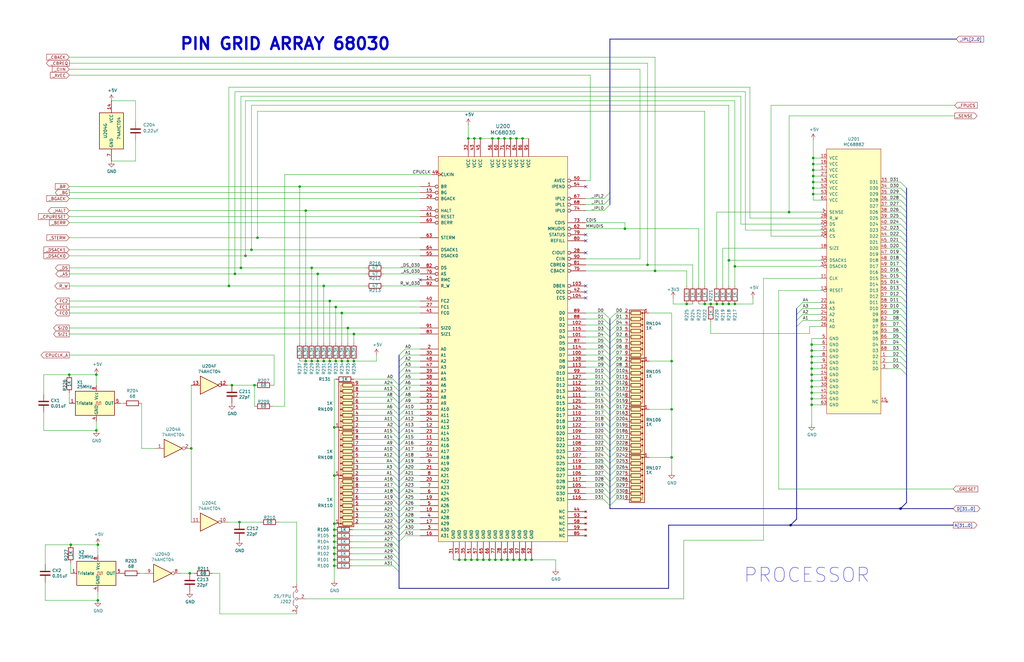
<source format=kicad_sch>
(kicad_sch (version 20211123) (generator eeschema)
  (paper "B")
  (title_block (title "Amiga N2630") (date "2022-08-05") (rev "2.2"))
  (junction (at 342.9 71.755))
  (junction (at 224.155 236.22))
  (junction (at 342.265 150.495))
  (junction (at 379.73 214.63))
  (junction (at 307.34 128.27))
  (junction (at 41.275 253.365))
  (junction (at 80.645 189.23))
  (junction (at 140.97 228.6))
  (junction (at 342.9 79.375))
  (junction (at 146.685 152.4))
  (junction (at 139.065 127))
  (junction (at 29.21 158.115))
  (junction (at 140.97 223.52))
  (junction (at 140.97 180.34))
  (junction (at 342.265 165.735))
  (junction (at 342.265 155.575))
  (junction (at 208.915 236.22))
  (junction (at 80.01 241.935))
  (junction (at 139.065 152.4))
  (junction (at 213.995 236.22))
  (junction (at 140.97 226.06))
  (junction (at 133.985 115.57))
  (junction (at 276.225 114.3))
  (junction (at 198.755 236.22))
  (junction (at 342.9 76.835))
  (junction (at 283.21 193.04))
  (junction (at 211.455 236.22))
  (junction (at 307.34 109.855))
  (junction (at 141.605 152.4))
  (junction (at 141.605 129.54))
  (junction (at 299.72 128.27))
  (junction (at 136.525 152.4))
  (junction (at 309.88 128.27))
  (junction (at 140.97 238.76))
  (junction (at 219.075 236.22))
  (junction (at 333.375 221.615))
  (junction (at 202.565 58.42))
  (junction (at 144.145 152.4))
  (junction (at 101.6 113.03))
  (junction (at 309.88 112.395))
  (junction (at 203.835 236.22))
  (junction (at 131.445 152.4))
  (junction (at 342.9 69.215))
  (junction (at 131.445 113.03))
  (junction (at 100.965 220.345))
  (junction (at 99.06 115.57))
  (junction (at 332.74 89.535))
  (junction (at 342.265 168.275))
  (junction (at 342.9 74.295))
  (junction (at 217.805 58.42))
  (junction (at 283.21 152.4))
  (junction (at 140.97 233.68))
  (junction (at 29.845 229.87))
  (junction (at 106.045 105.41))
  (junction (at 108.585 100.33))
  (junction (at 342.265 153.035))
  (junction (at 140.97 200.66))
  (junction (at 144.145 132.08))
  (junction (at 149.225 152.4))
  (junction (at 126.365 78.74))
  (junction (at 96.52 120.65))
  (junction (at 97.79 162.56))
  (junction (at 342.9 66.675))
  (junction (at 342.265 160.655))
  (junction (at 140.97 220.98))
  (junction (at 283.21 172.72))
  (junction (at 212.725 58.42))
  (junction (at 263.525 96.52))
  (junction (at 201.295 236.22))
  (junction (at 302.26 128.27))
  (junction (at 149.225 140.97))
  (junction (at 342.265 147.955))
  (junction (at 289.56 128.27))
  (junction (at 140.97 231.14))
  (junction (at 107.315 162.56))
  (junction (at 41.275 229.87))
  (junction (at 215.265 58.42))
  (junction (at 40.64 181.61))
  (junction (at 40.64 158.115))
  (junction (at 146.685 138.43))
  (junction (at 103.505 107.95))
  (junction (at 206.375 236.22))
  (junction (at 304.8 128.27))
  (junction (at 128.905 88.9))
  (junction (at 197.485 58.42))
  (junction (at 221.615 236.22))
  (junction (at 196.215 236.22))
  (junction (at 220.345 58.42))
  (junction (at 216.535 236.22))
  (junction (at 342.265 170.815))
  (junction (at 193.675 236.22))
  (junction (at 140.97 236.22))
  (junction (at 342.9 81.915))
  (junction (at 207.645 58.42))
  (junction (at 342.265 145.415))
  (junction (at 342.265 158.115))
  (junction (at 210.185 58.42))
  (junction (at 200.025 58.42))
  (junction (at 297.18 128.27))
  (junction (at 128.905 152.4))
  (junction (at 342.265 163.195))
  (junction (at 136.525 120.65))
  (junction (at 133.985 152.4))
  (junction (at 273.05 111.76))
  (no_connect (at 247.015 120.65))
  (no_connect (at 247.015 123.19))
  (no_connect (at 247.015 101.6))
  (no_connect (at 247.015 125.73))
  (no_connect (at 247.015 106.68))
  (no_connect (at 247.015 78.74))
  (no_connect (at 247.015 99.06))
  (no_connect (at 177.165 118.11))
  (bus_entry (at 259.715 172.72) (size -2.54 2.54))
  (bus_entry (at 170.815 170.18) (size -2.54 2.54))
  (bus_entry (at 379.73 155.575) (size 2.54 2.54))
  (bus_entry (at 338.455 135.255) (size -2.54 2.54))
  (bus_entry (at 254.635 149.86) (size 2.54 2.54))
  (bus_entry (at 165.735 160.02) (size 2.54 2.54))
  (bus_entry (at 165.735 208.28) (size 2.54 2.54))
  (bus_entry (at 170.815 147.32) (size -2.54 2.54))
  (bus_entry (at 165.735 218.44) (size 2.54 2.54))
  (bus_entry (at 338.455 132.715) (size -2.54 2.54))
  (bus_entry (at 170.815 162.56) (size -2.54 2.54))
  (bus_entry (at 170.815 152.4) (size -2.54 2.54))
  (bus_entry (at 259.715 177.8) (size -2.54 2.54))
  (bus_entry (at 254.635 190.5) (size 2.54 2.54))
  (bus_entry (at 259.715 203.2) (size -2.54 2.54))
  (bus_entry (at 170.815 177.8) (size -2.54 2.54))
  (bus_entry (at 259.715 132.08) (size -2.54 2.54))
  (bus_entry (at 254.635 195.58) (size 2.54 2.54))
  (bus_entry (at 170.815 187.96) (size -2.54 2.54))
  (bus_entry (at 259.715 193.04) (size -2.54 2.54))
  (bus_entry (at 254.635 147.32) (size 2.54 2.54))
  (bus_entry (at 165.735 226.06) (size 2.54 2.54))
  (bus_entry (at 165.735 177.8) (size 2.54 2.54))
  (bus_entry (at 259.715 182.88) (size -2.54 2.54))
  (bus_entry (at 170.815 198.12) (size -2.54 2.54))
  (bus_entry (at 259.715 198.12) (size -2.54 2.54))
  (bus_entry (at 170.815 213.36) (size -2.54 2.54))
  (bus_entry (at 170.815 157.48) (size -2.54 2.54))
  (bus_entry (at 165.735 167.64) (size 2.54 2.54))
  (bus_entry (at 254.635 160.02) (size 2.54 2.54))
  (bus_entry (at 254.635 182.88) (size 2.54 2.54))
  (bus_entry (at 379.73 114.935) (size 2.54 2.54))
  (bus_entry (at 170.815 195.58) (size -2.54 2.54))
  (bus_entry (at 165.735 162.56) (size 2.54 2.54))
  (bus_entry (at 170.815 208.28) (size -2.54 2.54))
  (bus_entry (at 165.735 231.14) (size 2.54 2.54))
  (bus_entry (at 379.73 142.875) (size 2.54 2.54))
  (bus_entry (at 379.73 97.155) (size 2.54 2.54))
  (bus_entry (at 379.73 89.535) (size 2.54 2.54))
  (bus_entry (at 165.735 223.52) (size 2.54 2.54))
  (bus_entry (at 379.73 127.635) (size 2.54 2.54))
  (bus_entry (at 259.715 190.5) (size -2.54 2.54))
  (bus_entry (at 254.635 170.18) (size 2.54 2.54))
  (bus_entry (at 259.715 147.32) (size -2.54 2.54))
  (bus_entry (at 259.715 154.94) (size -2.54 2.54))
  (bus_entry (at 170.815 215.9) (size -2.54 2.54))
  (bus_entry (at 165.735 170.18) (size 2.54 2.54))
  (bus_entry (at 379.73 84.455) (size 2.54 2.54))
  (bus_entry (at 170.815 205.74) (size -2.54 2.54))
  (bus_entry (at 379.73 137.795) (size 2.54 2.54))
  (bus_entry (at 170.815 154.94) (size -2.54 2.54))
  (bus_entry (at 254.635 142.24) (size 2.54 2.54))
  (bus_entry (at 254.635 172.72) (size 2.54 2.54))
  (bus_entry (at 165.735 220.98) (size 2.54 2.54))
  (bus_entry (at 379.73 76.835) (size 2.54 2.54))
  (bus_entry (at 259.715 205.74) (size -2.54 2.54))
  (bus_entry (at 165.735 190.5) (size 2.54 2.54))
  (bus_entry (at 254.635 177.8) (size 2.54 2.54))
  (bus_entry (at 379.73 150.495) (size 2.54 2.54))
  (bus_entry (at 170.815 200.66) (size -2.54 2.54))
  (bus_entry (at 165.735 228.6) (size 2.54 2.54))
  (bus_entry (at 379.73 132.715) (size 2.54 2.54))
  (bus_entry (at 259.715 208.28) (size -2.54 2.54))
  (bus_entry (at 170.815 226.06) (size -2.54 2.54))
  (bus_entry (at 379.73 92.075) (size 2.54 2.54))
  (bus_entry (at 165.735 210.82) (size 2.54 2.54))
  (bus_entry (at 379.73 120.015) (size 2.54 2.54))
  (bus_entry (at 165.735 165.1) (size 2.54 2.54))
  (bus_entry (at 170.815 185.42) (size -2.54 2.54))
  (bus_entry (at 170.815 210.82) (size -2.54 2.54))
  (bus_entry (at 254.635 152.4) (size 2.54 2.54))
  (bus_entry (at 259.715 195.58) (size -2.54 2.54))
  (bus_entry (at 254.635 185.42) (size 2.54 2.54))
  (bus_entry (at 379.73 117.475) (size 2.54 2.54))
  (bus_entry (at 259.715 144.78) (size -2.54 2.54))
  (bus_entry (at 165.735 187.96) (size 2.54 2.54))
  (bus_entry (at 379.73 86.995) (size 2.54 2.54))
  (bus_entry (at 254.635 137.16) (size 2.54 2.54))
  (bus_entry (at 165.735 180.34) (size 2.54 2.54))
  (bus_entry (at 165.735 172.72) (size 2.54 2.54))
  (bus_entry (at 254.635 88.9) (size 2.54 -2.54))
  (bus_entry (at 165.735 185.42) (size 2.54 2.54))
  (bus_entry (at 170.815 218.44) (size -2.54 2.54))
  (bus_entry (at 254.635 157.48) (size 2.54 2.54))
  (bus_entry (at 170.815 149.86) (size -2.54 2.54))
  (bus_entry (at 259.715 185.42) (size -2.54 2.54))
  (bus_entry (at 254.635 165.1) (size 2.54 2.54))
  (bus_entry (at 254.635 187.96) (size 2.54 2.54))
  (bus_entry (at 379.73 81.915) (size 2.54 2.54))
  (bus_entry (at 259.715 152.4) (size -2.54 2.54))
  (bus_entry (at 379.73 107.315) (size 2.54 2.54))
  (bus_entry (at 259.715 200.66) (size -2.54 2.54))
  (bus_entry (at 379.73 104.775) (size 2.54 2.54))
  (bus_entry (at 379.73 99.695) (size 2.54 2.54))
  (bus_entry (at 254.635 167.64) (size 2.54 2.54))
  (bus_entry (at 254.635 175.26) (size 2.54 2.54))
  (bus_entry (at 170.815 172.72) (size -2.54 2.54))
  (bus_entry (at 259.715 139.7) (size -2.54 2.54))
  (bus_entry (at 170.815 175.26) (size -2.54 2.54))
  (bus_entry (at 170.815 165.1) (size -2.54 2.54))
  (bus_entry (at 379.73 102.235) (size 2.54 2.54))
  (bus_entry (at 254.635 83.82) (size 2.54 -2.54))
  (bus_entry (at 259.715 167.64) (size -2.54 2.54))
  (bus_entry (at 254.635 162.56) (size 2.54 2.54))
  (bus_entry (at 379.73 135.255) (size 2.54 2.54))
  (bus_entry (at 170.815 160.02) (size -2.54 2.54))
  (bus_entry (at 254.635 193.04) (size 2.54 2.54))
  (bus_entry (at 165.735 238.76) (size 2.54 2.54))
  (bus_entry (at 165.735 200.66) (size 2.54 2.54))
  (bus_entry (at 379.73 130.175) (size 2.54 2.54))
  (bus_entry (at 165.735 205.74) (size 2.54 2.54))
  (bus_entry (at 170.815 180.34) (size -2.54 2.54))
  (bus_entry (at 259.715 137.16) (size -2.54 2.54))
  (bus_entry (at 170.815 203.2) (size -2.54 2.54))
  (bus_entry (at 254.635 205.74) (size 2.54 2.54))
  (bus_entry (at 379.73 153.035) (size 2.54 2.54))
  (bus_entry (at 254.635 86.36) (size 2.54 -2.54))
  (bus_entry (at 259.715 210.82) (size -2.54 2.54))
  (bus_entry (at 379.73 122.555) (size 2.54 2.54))
  (bus_entry (at 259.715 157.48) (size -2.54 2.54))
  (bus_entry (at 254.635 132.08) (size 2.54 2.54))
  (bus_entry (at 259.715 187.96) (size -2.54 2.54))
  (bus_entry (at 379.73 94.615) (size 2.54 2.54))
  (bus_entry (at 254.635 200.66) (size 2.54 2.54))
  (bus_entry (at 165.735 233.68) (size 2.54 2.54))
  (bus_entry (at 259.715 180.34) (size -2.54 2.54))
  (bus_entry (at 379.73 125.095) (size 2.54 2.54))
  (bus_entry (at 170.815 167.64) (size -2.54 2.54))
  (bus_entry (at 170.815 223.52) (size -2.54 2.54))
  (bus_entry (at 254.635 210.82) (size 2.54 2.54))
  (bus_entry (at 165.735 213.36) (size 2.54 2.54))
  (bus_entry (at 259.715 134.62) (size -2.54 2.54))
  (bus_entry (at 379.73 112.395) (size 2.54 2.54))
  (bus_entry (at 170.815 193.04) (size -2.54 2.54))
  (bus_entry (at 259.715 160.02) (size -2.54 2.54))
  (bus_entry (at 254.635 154.94) (size 2.54 2.54))
  (bus_entry (at 259.715 149.86) (size -2.54 2.54))
  (bus_entry (at 379.73 140.335) (size 2.54 2.54))
  (bus_entry (at 254.635 144.78) (size 2.54 2.54))
  (bus_entry (at 254.635 180.34) (size 2.54 2.54))
  (bus_entry (at 170.815 182.88) (size -2.54 2.54))
  (bus_entry (at 165.735 198.12) (size 2.54 2.54))
  (bus_entry (at 259.715 175.26) (size -2.54 2.54))
  (bus_entry (at 165.735 195.58) (size 2.54 2.54))
  (bus_entry (at 379.73 147.955) (size 2.54 2.54))
  (bus_entry (at 259.715 142.24) (size -2.54 2.54))
  (bus_entry (at 379.73 109.855) (size 2.54 2.54))
  (bus_entry (at 379.73 145.415) (size 2.54 2.54))
  (bus_entry (at 165.735 182.88) (size 2.54 2.54))
  (bus_entry (at 165.735 236.22) (size 2.54 2.54))
  (bus_entry (at 165.735 175.26) (size 2.54 2.54))
  (bus_entry (at 259.715 170.18) (size -2.54 2.54))
  (bus_entry (at 254.635 208.28) (size 2.54 2.54))
  (bus_entry (at 338.455 130.175) (size -2.54 2.54))
  (bus_entry (at 170.815 220.98) (size -2.54 2.54))
  (bus_entry (at 259.715 165.1) (size -2.54 2.54))
  (bus_entry (at 170.815 190.5) (size -2.54 2.54))
  (bus_entry (at 338.455 127.635) (size -2.54 2.54))
  (bus_entry (at 165.735 193.04) (size 2.54 2.54))
  (bus_entry (at 254.635 134.62) (size 2.54 2.54))
  (bus_entry (at 259.715 162.56) (size -2.54 2.54))
  (bus_entry (at 379.73 79.375) (size 2.54 2.54))
  (bus_entry (at 165.735 215.9) (size 2.54 2.54))
  (bus_entry (at 254.635 139.7) (size 2.54 2.54))
  (bus_entry (at 165.735 203.2) (size 2.54 2.54))
  (bus_entry (at 254.635 198.12) (size 2.54 2.54))
  (bus_entry (at 254.635 203.2) (size 2.54 2.54))
  (wire (pts (xy 247.015 180.34) (xy 254.635 180.34)))
  (bus (pts (xy 257.175 190.5) (xy 257.175 193.04)))
  (wire (pts (xy 374.015 102.235) (xy 379.73 102.235)))
  (wire (pts (xy 309.88 42.545) (xy 103.505 42.545)))
  (wire (pts (xy 342.265 150.495) (xy 342.265 153.035)))
  (wire (pts (xy 247.015 88.9) (xy 254.635 88.9)))
  (wire (pts (xy 125.095 246.38) (xy 125.095 220.345)))
  (bus (pts (xy 382.27 153.035) (xy 382.27 155.575)))
  (wire (pts (xy 151.13 205.74) (xy 165.735 205.74)))
  (wire (pts (xy 151.13 165.1) (xy 165.735 165.1)))
  (wire (pts (xy 140.97 231.14) (xy 140.97 233.68)))
  (wire (pts (xy 200.025 58.42) (xy 197.485 58.42)))
  (wire (pts (xy 92.71 241.935) (xy 89.535 241.935)))
  (bus (pts (xy 382.27 92.075) (xy 382.27 94.615)))
  (bus (pts (xy 168.275 210.82) (xy 168.275 213.36)))
  (wire (pts (xy 342.265 170.815) (xy 342.265 179.07)))
  (wire (pts (xy 177.165 165.1) (xy 170.815 165.1)))
  (wire (pts (xy 269.875 109.22) (xy 269.875 29.21)))
  (wire (pts (xy 177.165 162.56) (xy 170.815 162.56)))
  (wire (pts (xy 374.015 76.835) (xy 379.73 76.835)))
  (bus (pts (xy 257.175 175.26) (xy 257.175 177.8)))
  (wire (pts (xy 216.535 236.22) (xy 219.075 236.22)))
  (wire (pts (xy 247.015 93.98) (xy 263.525 93.98)))
  (wire (pts (xy 259.715 162.56) (xy 263.525 162.56)))
  (bus (pts (xy 257.175 139.7) (xy 257.175 142.24)))
  (bus (pts (xy 382.27 120.015) (xy 382.27 122.555)))
  (bus (pts (xy 335.915 135.255) (xy 335.915 137.795)))
  (wire (pts (xy 304.8 104.775) (xy 346.075 104.775)))
  (wire (pts (xy 273.685 172.72) (xy 283.21 172.72)))
  (wire (pts (xy 193.675 236.22) (xy 196.215 236.22)))
  (wire (pts (xy 149.225 152.4) (xy 158.75 152.4)))
  (wire (pts (xy 151.13 198.12) (xy 165.735 198.12)))
  (wire (pts (xy 211.455 236.22) (xy 213.995 236.22)))
  (wire (pts (xy 151.13 190.5) (xy 165.735 190.5)))
  (wire (pts (xy 346.075 165.735) (xy 342.265 165.735)))
  (bus (pts (xy 382.27 86.995) (xy 382.27 89.535)))
  (wire (pts (xy 177.165 175.26) (xy 170.815 175.26)))
  (wire (pts (xy 346.075 99.695) (xy 325.12 99.695)))
  (wire (pts (xy 297.18 120.65) (xy 297.18 46.99)))
  (bus (pts (xy 257.175 152.4) (xy 257.175 154.94)))
  (bus (pts (xy 168.275 187.96) (xy 168.275 190.5)))
  (wire (pts (xy 177.165 120.65) (xy 161.925 120.65)))
  (wire (pts (xy 125.095 220.345) (xy 117.475 220.345)))
  (wire (pts (xy 177.165 190.5) (xy 170.815 190.5)))
  (bus (pts (xy 168.275 233.68) (xy 168.275 236.22)))
  (bus (pts (xy 257.175 16.51) (xy 257.175 81.28)))
  (wire (pts (xy 177.165 215.9) (xy 170.815 215.9)))
  (bus (pts (xy 168.275 220.98) (xy 168.275 223.52)))
  (bus (pts (xy 257.175 172.72) (xy 257.175 175.26)))
  (wire (pts (xy 140.97 236.22) (xy 140.97 238.76)))
  (bus (pts (xy 168.275 154.94) (xy 168.275 157.48)))
  (wire (pts (xy 177.165 223.52) (xy 170.815 223.52)))
  (wire (pts (xy 125.095 259.08) (xy 92.71 259.08)))
  (wire (pts (xy 374.015 112.395) (xy 379.73 112.395)))
  (wire (pts (xy 346.075 150.495) (xy 342.265 150.495)))
  (bus (pts (xy 168.275 149.86) (xy 168.275 152.4)))
  (bus (pts (xy 168.275 195.58) (xy 168.275 198.12)))
  (wire (pts (xy 196.215 236.22) (xy 198.755 236.22)))
  (wire (pts (xy 177.165 93.98) (xy 29.21 93.98)))
  (wire (pts (xy 247.015 142.24) (xy 254.635 142.24)))
  (wire (pts (xy 283.21 152.4) (xy 283.21 132.08)))
  (bus (pts (xy 382.27 140.335) (xy 382.27 142.875)))
  (wire (pts (xy 346.075 71.755) (xy 342.9 71.755)))
  (bus (pts (xy 257.175 147.32) (xy 257.175 149.86)))
  (wire (pts (xy 99.06 38.735) (xy 99.06 115.57)))
  (wire (pts (xy 177.165 198.12) (xy 170.815 198.12)))
  (wire (pts (xy 80.645 189.23) (xy 80.645 220.345)))
  (wire (pts (xy 259.715 152.4) (xy 263.525 152.4)))
  (wire (pts (xy 374.015 147.955) (xy 379.73 147.955)))
  (wire (pts (xy 307.34 109.855) (xy 307.34 44.45)))
  (wire (pts (xy 177.165 170.18) (xy 170.815 170.18)))
  (wire (pts (xy 307.34 120.65) (xy 307.34 109.855)))
  (wire (pts (xy 220.345 58.42) (xy 217.805 58.42)))
  (bus (pts (xy 382.27 132.715) (xy 382.27 135.255)))
  (wire (pts (xy 198.755 236.22) (xy 201.295 236.22)))
  (wire (pts (xy 263.525 175.26) (xy 259.715 175.26)))
  (wire (pts (xy 80.645 162.56) (xy 80.645 189.23)))
  (wire (pts (xy 18.415 173.99) (xy 18.415 181.61)))
  (bus (pts (xy 168.275 167.64) (xy 168.275 170.18)))
  (wire (pts (xy 316.23 36.83) (xy 96.52 36.83)))
  (bus (pts (xy 382.27 155.575) (xy 382.27 158.115)))
  (wire (pts (xy 263.525 142.24) (xy 259.715 142.24)))
  (wire (pts (xy 346.075 79.375) (xy 342.9 79.375)))
  (wire (pts (xy 263.525 193.04) (xy 259.715 193.04)))
  (wire (pts (xy 126.365 78.74) (xy 126.365 144.78)))
  (wire (pts (xy 247.015 152.4) (xy 254.635 152.4)))
  (bus (pts (xy 257.175 177.8) (xy 257.175 180.34)))
  (wire (pts (xy 177.165 78.74) (xy 126.365 78.74)))
  (wire (pts (xy 247.015 203.2) (xy 254.635 203.2)))
  (wire (pts (xy 316.23 92.075) (xy 316.23 36.83)))
  (wire (pts (xy 346.075 122.555) (xy 328.295 122.555)))
  (wire (pts (xy 247.015 200.66) (xy 254.635 200.66)))
  (wire (pts (xy 304.8 104.775) (xy 304.8 120.65)))
  (wire (pts (xy 213.995 236.22) (xy 216.535 236.22)))
  (wire (pts (xy 346.075 117.475) (xy 321.945 117.475)))
  (wire (pts (xy 128.905 88.9) (xy 29.21 88.9)))
  (wire (pts (xy 95.885 220.345) (xy 100.965 220.345)))
  (wire (pts (xy 374.015 153.035) (xy 379.73 153.035)))
  (wire (pts (xy 29.21 140.97) (xy 149.225 140.97)))
  (wire (pts (xy 374.015 150.495) (xy 379.73 150.495)))
  (wire (pts (xy 146.685 152.4) (xy 149.225 152.4)))
  (bus (pts (xy 168.275 215.9) (xy 168.275 218.44)))
  (wire (pts (xy 148.59 236.22) (xy 165.735 236.22)))
  (wire (pts (xy 342.265 160.655) (xy 342.265 163.195)))
  (wire (pts (xy 158.75 152.4) (xy 158.75 149.86)))
  (wire (pts (xy 101.6 113.03) (xy 29.21 113.03)))
  (wire (pts (xy 29.845 229.87) (xy 41.275 229.87)))
  (wire (pts (xy 177.165 177.8) (xy 170.815 177.8)))
  (wire (pts (xy 374.015 92.075) (xy 379.73 92.075)))
  (wire (pts (xy 40.64 162.56) (xy 40.64 158.115)))
  (wire (pts (xy 374.015 84.455) (xy 379.73 84.455)))
  (wire (pts (xy 374.015 135.255) (xy 379.73 135.255)))
  (wire (pts (xy 247.015 83.82) (xy 254.635 83.82)))
  (bus (pts (xy 382.27 84.455) (xy 382.27 86.995)))
  (bus (pts (xy 335.915 219.075) (xy 333.375 221.615)))
  (wire (pts (xy 374.015 79.375) (xy 379.73 79.375)))
  (wire (pts (xy 151.13 213.36) (xy 165.735 213.36)))
  (bus (pts (xy 168.275 198.12) (xy 168.275 200.66)))
  (wire (pts (xy 177.165 226.06) (xy 170.815 226.06)))
  (wire (pts (xy 307.34 128.27) (xy 309.88 128.27)))
  (wire (pts (xy 29.21 170.18) (xy 29.21 165.735)))
  (wire (pts (xy 247.015 170.18) (xy 254.635 170.18)))
  (wire (pts (xy 120.015 73.66) (xy 120.015 171.45)))
  (wire (pts (xy 374.015 155.575) (xy 379.73 155.575)))
  (wire (pts (xy 374.015 142.875) (xy 379.73 142.875)))
  (wire (pts (xy 139.065 144.78) (xy 139.065 127)))
  (wire (pts (xy 114.935 162.56) (xy 115.57 162.56)))
  (bus (pts (xy 257.175 81.28) (xy 257.175 83.82)))
  (bus (pts (xy 257.175 160.02) (xy 257.175 162.56)))
  (bus (pts (xy 382.27 102.235) (xy 382.27 104.775)))
  (wire (pts (xy 57.15 42.545) (xy 57.15 51.435)))
  (wire (pts (xy 297.18 128.27) (xy 299.72 128.27)))
  (wire (pts (xy 321.945 227.965) (xy 288.29 227.965)))
  (wire (pts (xy 342.9 71.755) (xy 342.9 69.215)))
  (wire (pts (xy 29.21 24.13) (xy 276.225 24.13)))
  (wire (pts (xy 374.015 89.535) (xy 379.73 89.535)))
  (wire (pts (xy 29.21 158.115) (xy 40.64 158.115)))
  (wire (pts (xy 346.075 66.675) (xy 342.9 66.675)))
  (wire (pts (xy 210.185 58.42) (xy 207.645 58.42)))
  (wire (pts (xy 247.015 172.72) (xy 254.635 172.72)))
  (wire (pts (xy 219.075 236.22) (xy 221.615 236.22)))
  (wire (pts (xy 19.05 229.87) (xy 29.845 229.87)))
  (bus (pts (xy 382.27 81.915) (xy 382.27 84.455)))
  (wire (pts (xy 325.12 99.695) (xy 325.12 44.45)))
  (wire (pts (xy 317.5 128.27) (xy 317.5 125.73)))
  (bus (pts (xy 382.27 112.395) (xy 382.27 114.935)))
  (wire (pts (xy 294.64 128.27) (xy 297.18 128.27)))
  (wire (pts (xy 247.015 86.36) (xy 254.635 86.36)))
  (bus (pts (xy 382.27 97.155) (xy 382.27 99.695)))
  (wire (pts (xy 148.59 238.76) (xy 165.735 238.76)))
  (wire (pts (xy 247.015 208.28) (xy 254.635 208.28)))
  (bus (pts (xy 168.275 180.34) (xy 168.275 182.88)))
  (wire (pts (xy 328.295 206.375) (xy 401.955 206.375)))
  (bus (pts (xy 257.175 154.94) (xy 257.175 157.48)))
  (wire (pts (xy 374.015 94.615) (xy 379.73 94.615)))
  (wire (pts (xy 99.06 115.57) (xy 133.985 115.57)))
  (wire (pts (xy 177.165 157.48) (xy 170.815 157.48)))
  (wire (pts (xy 314.325 97.155) (xy 346.075 97.155)))
  (wire (pts (xy 191.135 236.22) (xy 193.675 236.22)))
  (wire (pts (xy 374.015 130.175) (xy 379.73 130.175)))
  (wire (pts (xy 224.155 236.22) (xy 234.315 236.22)))
  (wire (pts (xy 177.165 147.32) (xy 170.815 147.32)))
  (wire (pts (xy 115.57 162.56) (xy 115.57 149.86)))
  (wire (pts (xy 292.1 120.65) (xy 292.1 111.76)))
  (wire (pts (xy 52.07 170.18) (xy 50.8 170.18)))
  (wire (pts (xy 177.165 218.44) (xy 170.815 218.44)))
  (wire (pts (xy 342.265 163.195) (xy 342.265 165.735)))
  (wire (pts (xy 247.015 198.12) (xy 254.635 198.12)))
  (wire (pts (xy 325.12 44.45) (xy 402.59 44.45)))
  (wire (pts (xy 101.6 113.03) (xy 101.6 40.64)))
  (bus (pts (xy 382.27 135.255) (xy 382.27 137.795)))
  (wire (pts (xy 259.715 195.58) (xy 263.525 195.58)))
  (wire (pts (xy 332.74 89.535) (xy 332.74 48.895)))
  (wire (pts (xy 259.715 167.64) (xy 263.525 167.64)))
  (wire (pts (xy 151.13 187.96) (xy 165.735 187.96)))
  (wire (pts (xy 177.165 210.82) (xy 170.815 210.82)))
  (wire (pts (xy 273.685 193.04) (xy 283.21 193.04)))
  (bus (pts (xy 168.275 203.2) (xy 168.275 205.74)))
  (wire (pts (xy 312.42 40.64) (xy 312.42 94.615)))
  (bus (pts (xy 257.175 162.56) (xy 257.175 165.1)))
  (wire (pts (xy 247.015 144.78) (xy 254.635 144.78)))
  (wire (pts (xy 108.585 100.33) (xy 29.21 100.33)))
  (wire (pts (xy 374.015 99.695) (xy 379.73 99.695)))
  (wire (pts (xy 140.97 220.98) (xy 140.97 223.52)))
  (wire (pts (xy 341.376 137.795) (xy 341.376 140.716)))
  (wire (pts (xy 177.165 213.36) (xy 170.815 213.36)))
  (wire (pts (xy 309.88 128.27) (xy 317.5 128.27)))
  (wire (pts (xy 259.715 149.86) (xy 263.525 149.86)))
  (bus (pts (xy 382.27 79.375) (xy 382.27 81.915)))
  (wire (pts (xy 221.615 236.22) (xy 224.155 236.22)))
  (wire (pts (xy 263.525 185.42) (xy 259.715 185.42)))
  (wire (pts (xy 177.165 185.42) (xy 170.815 185.42)))
  (wire (pts (xy 269.875 29.21) (xy 29.21 29.21)))
  (bus (pts (xy 168.275 248.285) (xy 281.94 248.285)))
  (wire (pts (xy 374.015 122.555) (xy 379.73 122.555)))
  (wire (pts (xy 263.525 154.94) (xy 259.715 154.94)))
  (wire (pts (xy 346.075 135.255) (xy 338.455 135.255)))
  (wire (pts (xy 144.145 132.08) (xy 29.21 132.08)))
  (wire (pts (xy 346.075 84.455) (xy 342.9 84.455)))
  (wire (pts (xy 217.805 58.42) (xy 215.265 58.42)))
  (wire (pts (xy 114.935 171.45) (xy 120.015 171.45)))
  (bus (pts (xy 257.175 187.96) (xy 257.175 190.5)))
  (wire (pts (xy 263.525 180.34) (xy 259.715 180.34)))
  (wire (pts (xy 259.715 200.66) (xy 263.525 200.66)))
  (wire (pts (xy 151.13 218.44) (xy 165.735 218.44)))
  (wire (pts (xy 177.165 182.88) (xy 170.815 182.88)))
  (wire (pts (xy 177.165 172.72) (xy 170.815 172.72)))
  (wire (pts (xy 106.045 44.45) (xy 106.045 105.41)))
  (wire (pts (xy 177.165 81.28) (xy 29.21 81.28)))
  (wire (pts (xy 29.845 241.935) (xy 29.845 237.49)))
  (wire (pts (xy 126.365 152.4) (xy 128.905 152.4)))
  (wire (pts (xy 177.165 149.86) (xy 170.815 149.86)))
  (wire (pts (xy 309.88 112.395) (xy 309.88 42.545)))
  (wire (pts (xy 149.225 140.97) (xy 177.165 140.97)))
  (wire (pts (xy 19.05 245.745) (xy 19.05 253.365)))
  (wire (pts (xy 316.23 92.075) (xy 346.075 92.075)))
  (wire (pts (xy 247.015 195.58) (xy 254.635 195.58)))
  (wire (pts (xy 302.26 89.535) (xy 332.74 89.535)))
  (wire (pts (xy 140.97 238.76) (xy 140.97 244.856)))
  (bus (pts (xy 168.275 160.02) (xy 168.275 162.56)))
  (wire (pts (xy 128.905 88.9) (xy 128.905 144.78)))
  (wire (pts (xy 342.265 147.955) (xy 342.265 150.495)))
  (bus (pts (xy 257.175 205.74) (xy 257.175 208.28)))
  (wire (pts (xy 247.015 165.1) (xy 254.635 165.1)))
  (bus (pts (xy 382.27 117.475) (xy 382.27 120.015)))
  (wire (pts (xy 103.505 42.545) (xy 103.505 107.95)))
  (wire (pts (xy 263.525 203.2) (xy 259.715 203.2)))
  (wire (pts (xy 29.21 91.44) (xy 177.165 91.44)))
  (wire (pts (xy 222.885 58.42) (xy 220.345 58.42)))
  (bus (pts (xy 168.275 218.44) (xy 168.275 220.98)))
  (wire (pts (xy 140.97 160.02) (xy 141.605 160.02)))
  (wire (pts (xy 247.015 210.82) (xy 254.635 210.82)))
  (bus (pts (xy 382.27 147.955) (xy 382.27 150.495)))
  (wire (pts (xy 346.075 69.215) (xy 342.9 69.215)))
  (wire (pts (xy 140.97 200.66) (xy 140.97 180.34)))
  (bus (pts (xy 382.27 125.095) (xy 382.27 127.635)))
  (bus (pts (xy 168.275 231.14) (xy 168.275 233.68)))
  (wire (pts (xy 29.21 115.57) (xy 99.06 115.57)))
  (wire (pts (xy 247.015 187.96) (xy 254.635 187.96)))
  (bus (pts (xy 168.275 205.74) (xy 168.275 208.28)))
  (wire (pts (xy 107.315 162.56) (xy 107.315 171.45)))
  (wire (pts (xy 177.165 107.95) (xy 103.505 107.95)))
  (bus (pts (xy 257.175 142.24) (xy 257.175 144.78)))
  (wire (pts (xy 263.525 96.52) (xy 263.525 93.98)))
  (wire (pts (xy 151.13 220.98) (xy 165.735 220.98)))
  (wire (pts (xy 151.13 172.72) (xy 165.735 172.72)))
  (wire (pts (xy 247.015 154.94) (xy 254.635 154.94)))
  (wire (pts (xy 263.525 165.1) (xy 259.715 165.1)))
  (wire (pts (xy 321.945 117.475) (xy 321.945 227.965)))
  (wire (pts (xy 342.9 81.915) (xy 342.9 79.375)))
  (wire (pts (xy 342.9 74.295) (xy 342.9 71.755)))
  (wire (pts (xy 139.065 127) (xy 177.165 127)))
  (wire (pts (xy 201.295 236.22) (xy 203.835 236.22)))
  (wire (pts (xy 126.365 78.74) (xy 29.21 78.74)))
  (wire (pts (xy 128.905 152.4) (xy 131.445 152.4)))
  (wire (pts (xy 151.13 215.9) (xy 165.735 215.9)))
  (wire (pts (xy 146.685 138.43) (xy 29.21 138.43)))
  (wire (pts (xy 374.015 81.915) (xy 379.73 81.915)))
  (wire (pts (xy 151.13 185.42) (xy 165.735 185.42)))
  (wire (pts (xy 346.075 130.175) (xy 338.455 130.175)))
  (wire (pts (xy 177.165 154.94) (xy 170.815 154.94)))
  (bus (pts (xy 168.275 228.6) (xy 168.275 231.14)))
  (wire (pts (xy 144.145 144.78) (xy 144.145 132.08)))
  (wire (pts (xy 131.445 152.4) (xy 133.985 152.4)))
  (bus (pts (xy 257.175 149.86) (xy 257.175 152.4)))
  (wire (pts (xy 374.015 109.855) (xy 379.73 109.855)))
  (wire (pts (xy 263.525 170.18) (xy 259.715 170.18)))
  (wire (pts (xy 151.13 162.56) (xy 165.735 162.56)))
  (wire (pts (xy 18.415 166.37) (xy 18.415 158.115)))
  (wire (pts (xy 374.015 120.015) (xy 379.73 120.015)))
  (wire (pts (xy 148.59 228.6) (xy 165.735 228.6)))
  (wire (pts (xy 341.376 137.795) (xy 346.075 137.795)))
  (wire (pts (xy 247.015 157.48) (xy 254.635 157.48)))
  (wire (pts (xy 177.165 88.9) (xy 128.905 88.9)))
  (bus (pts (xy 168.275 208.28) (xy 168.275 210.82)))
  (wire (pts (xy 140.97 180.34) (xy 140.97 160.02)))
  (bus (pts (xy 382.27 114.935) (xy 382.27 117.475)))
  (bus (pts (xy 257.175 83.82) (xy 257.175 86.36)))
  (wire (pts (xy 144.145 132.08) (xy 177.165 132.08)))
  (bus (pts (xy 257.175 185.42) (xy 257.175 187.96)))
  (bus (pts (xy 168.275 175.26) (xy 168.275 177.8)))
  (bus (pts (xy 281.94 221.615) (xy 333.375 221.615)))
  (bus (pts (xy 168.275 182.88) (xy 168.275 185.42)))
  (wire (pts (xy 141.605 129.54) (xy 29.21 129.54)))
  (wire (pts (xy 177.165 203.2) (xy 170.815 203.2)))
  (wire (pts (xy 57.15 42.545) (xy 46.99 42.545)))
  (wire (pts (xy 247.015 185.42) (xy 254.635 185.42)))
  (wire (pts (xy 139.065 152.4) (xy 141.605 152.4)))
  (bus (pts (xy 257.175 165.1) (xy 257.175 167.64)))
  (wire (pts (xy 133.985 115.57) (xy 154.305 115.57)))
  (bus (pts (xy 257.175 180.34) (xy 257.175 182.88)))
  (bus (pts (xy 382.27 109.855) (xy 382.27 112.395)))
  (bus (pts (xy 168.275 172.72) (xy 168.275 175.26)))
  (wire (pts (xy 259.715 144.78) (xy 263.525 144.78)))
  (wire (pts (xy 247.015 137.16) (xy 254.635 137.16)))
  (bus (pts (xy 382.27 107.315) (xy 382.27 109.855)))
  (wire (pts (xy 133.985 144.78) (xy 133.985 115.57)))
  (wire (pts (xy 151.13 210.82) (xy 165.735 210.82)))
  (wire (pts (xy 374.015 107.315) (xy 379.73 107.315)))
  (wire (pts (xy 107.315 162.56) (xy 97.79 162.56)))
  (bus (pts (xy 257.175 203.2) (xy 257.175 205.74)))
  (wire (pts (xy 299.72 128.27) (xy 302.26 128.27)))
  (wire (pts (xy 151.13 193.04) (xy 165.735 193.04)))
  (wire (pts (xy 95.885 162.56) (xy 97.79 162.56)))
  (wire (pts (xy 342.9 69.215) (xy 342.9 66.675)))
  (wire (pts (xy 374.015 145.415) (xy 379.73 145.415)))
  (wire (pts (xy 136.525 152.4) (xy 139.065 152.4)))
  (wire (pts (xy 346.075 127.635) (xy 338.455 127.635)))
  (wire (pts (xy 46.99 67.945) (xy 57.15 67.945)))
  (bus (pts (xy 168.275 236.22) (xy 168.275 238.76)))
  (wire (pts (xy 263.525 198.12) (xy 259.715 198.12)))
  (wire (pts (xy 294.64 96.52) (xy 294.64 120.65)))
  (wire (pts (xy 18.415 158.115) (xy 29.21 158.115)))
  (wire (pts (xy 263.525 147.32) (xy 259.715 147.32)))
  (bus (pts (xy 257.175 214.63) (xy 379.73 214.63)))
  (wire (pts (xy 247.015 134.62) (xy 254.635 134.62)))
  (wire (pts (xy 177.165 187.96) (xy 170.815 187.96)))
  (wire (pts (xy 283.21 132.08) (xy 273.685 132.08)))
  (wire (pts (xy 136.525 144.78) (xy 136.525 120.65)))
  (wire (pts (xy 247.015 205.74) (xy 254.635 205.74)))
  (wire (pts (xy 41.275 234.315) (xy 41.275 229.87)))
  (wire (pts (xy 19.05 238.125) (xy 19.05 229.87)))
  (wire (pts (xy 177.165 195.58) (xy 170.815 195.58)))
  (wire (pts (xy 374.015 127.635) (xy 379.73 127.635)))
  (wire (pts (xy 151.13 180.34) (xy 165.735 180.34)))
  (wire (pts (xy 263.525 160.02) (xy 259.715 160.02)))
  (wire (pts (xy 374.015 132.715) (xy 379.73 132.715)))
  (wire (pts (xy 247.015 76.2) (xy 248.92 76.2)))
  (wire (pts (xy 177.165 200.66) (xy 170.815 200.66)))
  (wire (pts (xy 342.9 66.675) (xy 342.9 59.055)))
  (wire (pts (xy 177.165 208.28) (xy 170.815 208.28)))
  (wire (pts (xy 149.225 144.78) (xy 149.225 140.97)))
  (wire (pts (xy 247.015 132.08) (xy 254.635 132.08)))
  (wire (pts (xy 374.015 114.935) (xy 379.73 114.935)))
  (wire (pts (xy 65.405 189.23) (xy 59.69 189.23)))
  (bus (pts (xy 382.27 127.635) (xy 382.27 130.175)))
  (bus (pts (xy 168.275 162.56) (xy 168.275 165.1)))
  (bus (pts (xy 257.175 134.62) (xy 257.175 137.16)))
  (wire (pts (xy 177.165 152.4) (xy 170.815 152.4)))
  (wire (pts (xy 108.585 46.99) (xy 297.18 46.99)))
  (wire (pts (xy 140.97 226.06) (xy 140.97 228.6)))
  (bus (pts (xy 281.94 248.285) (xy 281.94 221.615)))
  (wire (pts (xy 346.075 145.415) (xy 342.265 145.415)))
  (wire (pts (xy 276.225 114.3) (xy 276.225 24.13)))
  (bus (pts (xy 168.275 152.4) (xy 168.275 154.94)))
  (wire (pts (xy 182.245 73.66) (xy 120.015 73.66)))
  (wire (pts (xy 81.915 241.935) (xy 80.01 241.935)))
  (wire (pts (xy 202.565 58.42) (xy 207.645 58.42)))
  (bus (pts (xy 382.27 94.615) (xy 382.27 97.155)))
  (wire (pts (xy 273.685 152.4) (xy 283.21 152.4)))
  (wire (pts (xy 259.715 205.74) (xy 263.525 205.74)))
  (wire (pts (xy 346.075 89.535) (xy 332.74 89.535)))
  (bus (pts (xy 382.27 150.495) (xy 382.27 153.035)))
  (bus (pts (xy 382.27 130.175) (xy 382.27 132.715)))
  (wire (pts (xy 140.97 228.6) (xy 140.97 231.14)))
  (wire (pts (xy 288.29 252.73) (xy 128.905 252.73)))
  (wire (pts (xy 299.72 135.89) (xy 299.72 140.716)))
  (wire (pts (xy 302.26 120.65) (xy 302.26 89.535)))
  (wire (pts (xy 273.05 111.76) (xy 292.1 111.76)))
  (wire (pts (xy 346.075 147.955) (xy 342.265 147.955)))
  (wire (pts (xy 289.56 128.27) (xy 292.1 128.27)))
  (wire (pts (xy 151.13 177.8) (xy 165.735 177.8)))
  (bus (pts (xy 257.175 167.64) (xy 257.175 170.18)))
  (bus (pts (xy 168.275 190.5) (xy 168.275 193.04)))
  (wire (pts (xy 177.165 83.82) (xy 29.21 83.82)))
  (wire (pts (xy 259.715 187.96) (xy 263.525 187.96)))
  (wire (pts (xy 177.165 220.98) (xy 170.815 220.98)))
  (wire (pts (xy 342.265 153.035) (xy 342.265 155.575)))
  (wire (pts (xy 259.715 157.48) (xy 263.525 157.48)))
  (wire (pts (xy 346.075 81.915) (xy 342.9 81.915)))
  (wire (pts (xy 374.015 104.775) (xy 379.73 104.775)))
  (bus (pts (xy 168.275 193.04) (xy 168.275 195.58)))
  (bus (pts (xy 257.175 195.58) (xy 257.175 198.12)))
  (wire (pts (xy 202.565 58.42) (xy 200.025 58.42)))
  (wire (pts (xy 103.505 107.95) (xy 29.21 107.95)))
  (wire (pts (xy 247.015 167.64) (xy 254.635 167.64)))
  (bus (pts (xy 257.175 170.18) (xy 257.175 172.72)))
  (wire (pts (xy 276.225 114.3) (xy 289.56 114.3)))
  (wire (pts (xy 177.165 113.03) (xy 161.925 113.03)))
  (wire (pts (xy 203.835 236.22) (xy 206.375 236.22)))
  (wire (pts (xy 148.59 233.68) (xy 165.735 233.68)))
  (bus (pts (xy 257.175 200.66) (xy 257.175 203.2)))
  (wire (pts (xy 177.165 105.41) (xy 106.045 105.41)))
  (wire (pts (xy 57.15 67.945) (xy 57.15 59.055)))
  (wire (pts (xy 247.015 139.7) (xy 254.635 139.7)))
  (wire (pts (xy 247.015 177.8) (xy 254.635 177.8)))
  (wire (pts (xy 29.21 26.67) (xy 273.05 26.67)))
  (wire (pts (xy 139.065 127) (xy 29.21 127)))
  (wire (pts (xy 247.015 109.22) (xy 269.875 109.22)))
  (wire (pts (xy 247.015 190.5) (xy 254.635 190.5)))
  (wire (pts (xy 283.21 193.04) (xy 283.21 199.39)))
  (wire (pts (xy 307.34 44.45) (xy 106.045 44.45)))
  (wire (pts (xy 346.075 76.835) (xy 342.9 76.835)))
  (wire (pts (xy 346.075 168.275) (xy 342.265 168.275)))
  (bus (pts (xy 335.915 132.715) (xy 335.915 135.255)))
  (wire (pts (xy 289.56 128.27) (xy 283.845 128.27)))
  (wire (pts (xy 148.59 231.14) (xy 165.735 231.14)))
  (wire (pts (xy 259.715 172.72) (xy 263.525 172.72)))
  (wire (pts (xy 248.92 31.75) (xy 29.21 31.75)))
  (wire (pts (xy 247.015 182.88) (xy 254.635 182.88)))
  (bus (pts (xy 257.175 157.48) (xy 257.175 160.02)))
  (wire (pts (xy 259.715 134.62) (xy 263.525 134.62)))
  (wire (pts (xy 18.415 181.61) (xy 40.64 181.61)))
  (wire (pts (xy 141.605 152.4) (xy 144.145 152.4)))
  (wire (pts (xy 288.29 227.965) (xy 288.29 252.73)))
  (wire (pts (xy 59.055 241.935) (xy 60.96 241.935)))
  (wire (pts (xy 309.88 120.65) (xy 309.88 112.395)))
  (wire (pts (xy 212.725 58.42) (xy 210.185 58.42)))
  (bus (pts (xy 257.175 208.28) (xy 257.175 210.82)))
  (wire (pts (xy 140.97 223.52) (xy 140.97 226.06)))
  (wire (pts (xy 346.075 74.295) (xy 342.9 74.295)))
  (wire (pts (xy 76.2 241.935) (xy 80.01 241.935)))
  (wire (pts (xy 108.585 100.33) (xy 177.165 100.33)))
  (bus (pts (xy 382.27 145.415) (xy 382.27 147.955)))
  (wire (pts (xy 151.13 203.2) (xy 165.735 203.2)))
  (wire (pts (xy 248.92 76.2) (xy 248.92 31.75)))
  (wire (pts (xy 151.13 175.26) (xy 165.735 175.26)))
  (bus (pts (xy 257.175 137.16) (xy 257.175 139.7)))
  (wire (pts (xy 108.585 100.33) (xy 108.585 46.99)))
  (bus (pts (xy 335.915 130.175) (xy 335.915 132.715)))
  (wire (pts (xy 346.075 155.575) (xy 342.265 155.575)))
  (bus (pts (xy 257.175 210.82) (xy 257.175 213.36)))
  (wire (pts (xy 151.13 200.66) (xy 165.735 200.66)))
  (wire (pts (xy 40.64 177.8) (xy 40.64 181.61)))
  (wire (pts (xy 346.075 170.815) (xy 342.265 170.815)))
  (wire (pts (xy 151.13 208.28) (xy 165.735 208.28)))
  (bus (pts (xy 168.275 200.66) (xy 168.275 203.2)))
  (wire (pts (xy 247.015 147.32) (xy 254.635 147.32)))
  (wire (pts (xy 247.015 193.04) (xy 254.635 193.04)))
  (bus (pts (xy 382.27 142.875) (xy 382.27 145.415)))
  (bus (pts (xy 257.175 16.51) (xy 403.225 16.51)))
  (wire (pts (xy 342.9 76.835) (xy 342.9 74.295)))
  (wire (pts (xy 151.13 182.88) (xy 165.735 182.88)))
  (wire (pts (xy 177.165 167.64) (xy 170.815 167.64)))
  (bus (pts (xy 168.275 177.8) (xy 168.275 180.34)))
  (wire (pts (xy 96.52 36.83) (xy 96.52 120.65)))
  (wire (pts (xy 259.715 139.7) (xy 263.525 139.7)))
  (bus (pts (xy 168.275 223.52) (xy 168.275 226.06)))
  (wire (pts (xy 263.525 96.52) (xy 294.64 96.52)))
  (wire (pts (xy 146.685 138.43) (xy 177.165 138.43)))
  (wire (pts (xy 342.265 165.735) (xy 342.265 168.275)))
  (bus (pts (xy 168.275 238.76) (xy 168.275 241.3)))
  (wire (pts (xy 148.59 226.06) (xy 165.735 226.06)))
  (wire (pts (xy 342.265 168.275) (xy 342.265 170.815)))
  (wire (pts (xy 307.34 109.855) (xy 346.075 109.855)))
  (wire (pts (xy 263.525 137.16) (xy 259.715 137.16)))
  (wire (pts (xy 115.57 149.86) (xy 29.21 149.86)))
  (wire (pts (xy 273.05 111.76) (xy 273.05 26.67)))
  (bus (pts (xy 379.73 214.63) (xy 382.27 212.09)))
  (bus (pts (xy 333.375 221.615) (xy 401.955 221.615)))
  (wire (pts (xy 106.045 105.41) (xy 29.21 105.41)))
  (wire (pts (xy 342.9 79.375) (xy 342.9 76.835)))
  (wire (pts (xy 144.145 152.4) (xy 146.685 152.4)))
  (wire (pts (xy 312.42 94.615) (xy 346.075 94.615)))
  (wire (pts (xy 346.075 132.715) (xy 338.455 132.715)))
  (wire (pts (xy 259.715 177.8) (xy 263.525 177.8)))
  (wire (pts (xy 374.015 140.335) (xy 379.73 140.335)))
  (wire (pts (xy 151.13 170.18) (xy 165.735 170.18)))
  (bus (pts (xy 168.275 157.48) (xy 168.275 160.02)))
  (bus (pts (xy 382.27 122.555) (xy 382.27 125.095)))
  (bus (pts (xy 168.275 185.42) (xy 168.275 187.96)))
  (wire (pts (xy 259.715 210.82) (xy 263.525 210.82)))
  (wire (pts (xy 148.59 223.52) (xy 165.735 223.52)))
  (wire (pts (xy 101.6 40.64) (xy 312.42 40.64)))
  (wire (pts (xy 342.265 145.415) (xy 342.265 147.955)))
  (wire (pts (xy 247.015 114.3) (xy 276.225 114.3)))
  (wire (pts (xy 177.165 205.74) (xy 170.815 205.74)))
  (wire (pts (xy 146.685 144.78) (xy 146.685 138.43)))
  (bus (pts (xy 257.175 144.78) (xy 257.175 147.32)))
  (bus (pts (xy 257.175 213.36) (xy 257.175 214.63)))
  (wire (pts (xy 341.376 140.716) (xy 299.72 140.716)))
  (wire (pts (xy 215.265 58.42) (xy 212.725 58.42)))
  (wire (pts (xy 328.295 122.555) (xy 328.295 206.375)))
  (wire (pts (xy 140.97 200.66) (xy 140.97 220.98)))
  (wire (pts (xy 234.315 236.22) (xy 234.315 240.03)))
  (wire (pts (xy 151.13 167.64) (xy 165.735 167.64)))
  (wire (pts (xy 100.965 220.345) (xy 109.855 220.345)))
  (bus (pts (xy 257.175 193.04) (xy 257.175 195.58)))
  (bus (pts (xy 168.275 170.18) (xy 168.275 172.72)))
  (wire (pts (xy 247.015 160.02) (xy 254.635 160.02)))
  (wire (pts (xy 342.265 142.875) (xy 342.265 145.415)))
  (wire (pts (xy 346.075 153.035) (xy 342.265 153.035)))
  (bus (pts (xy 168.275 226.06) (xy 168.275 228.6)))
  (wire (pts (xy 140.97 233.68) (xy 140.97 236.22)))
  (wire (pts (xy 263.525 190.5) (xy 259.715 190.5)))
  (bus (pts (xy 257.175 182.88) (xy 257.175 185.42)))
  (wire (pts (xy 92.71 259.08) (xy 92.71 241.935)))
  (bus (pts (xy 382.27 137.795) (xy 382.27 140.335)))
  (wire (pts (xy 177.165 193.04) (xy 170.815 193.04)))
  (wire (pts (xy 149.225 160.02) (xy 165.735 160.02)))
  (wire (pts (xy 29.21 120.65) (xy 96.52 120.65)))
  (bus (pts (xy 382.27 158.115) (xy 382.27 212.09)))
  (bus (pts (xy 168.275 213.36) (xy 168.275 215.9)))
  (bus (pts (xy 168.275 165.1) (xy 168.275 167.64)))
  (wire (pts (xy 304.8 128.27) (xy 307.34 128.27)))
  (wire (pts (xy 151.13 195.58) (xy 165.735 195.58)))
  (wire (pts (xy 19.05 253.365) (xy 41.275 253.365)))
  (wire (pts (xy 177.165 180.34) (xy 170.815 180.34)))
  (bus (pts (xy 257.175 198.12) (xy 257.175 200.66)))
  (wire (pts (xy 247.015 111.76) (xy 273.05 111.76)))
  (wire (pts (xy 374.015 125.095) (xy 379.73 125.095)))
  (wire (pts (xy 247.015 175.26) (xy 254.635 175.26)))
  (wire (pts (xy 374.015 137.795) (xy 379.73 137.795)))
  (wire (pts (xy 133.985 152.4) (xy 136.525 152.4)))
  (wire (pts (xy 136.525 120.65) (xy 154.305 120.65)))
  (wire (pts (xy 59.69 189.23) (xy 59.69 170.18)))
  (wire (pts (xy 141.605 129.54) (xy 177.165 129.54)))
  (wire (pts (xy 374.015 86.995) (xy 379.73 86.995)))
  (bus (pts (xy 168.275 241.3) (xy 168.275 248.285)))
  (wire (pts (xy 346.075 158.115) (xy 342.265 158.115)))
  (wire (pts (xy 247.015 96.52) (xy 263.525 96.52)))
  (bus (pts (xy 335.915 137.795) (xy 335.915 219.075)))
  (wire (pts (xy 131.445 113.03) (xy 101.6 113.03)))
  (wire (pts (xy 314.325 38.735) (xy 99.06 38.735)))
  (bus (pts (xy 382.27 89.535) (xy 382.27 92.075)))
  (wire (pts (xy 342.9 84.455) (xy 342.9 81.915)))
  (wire (pts (xy 141.605 144.78) (xy 141.605 129.54)))
  (bus (pts (xy 379.73 214.63) (xy 401.955 214.63)))
  (wire (pts (xy 96.52 120.65) (xy 136.525 120.65)))
  (wire (pts (xy 346.075 142.875) (xy 342.265 142.875)))
  (wire (pts (xy 346.075 163.195) (xy 342.265 163.195)))
  (wire (pts (xy 314.325 97.155) (xy 314.325 38.735)))
  (wire (pts (xy 259.715 182.88) (xy 263.525 182.88)))
  (wire (pts (xy 206.375 236.22) (xy 208.915 236.22)))
  (wire (pts (xy 247.015 162.56) (xy 254.635 162.56)))
  (wire (pts (xy 346.075 160.655) (xy 342.265 160.655)))
  (wire (pts (xy 131.445 113.03) (xy 154.305 113.03)))
  (wire (pts (xy 41.275 249.555) (xy 41.275 253.365)))
  (wire (pts (xy 332.74 48.895) (xy 402.59 48.895)))
  (wire (pts (xy 283.21 172.72) (xy 283.21 152.4)))
  (wire (pts (xy 177.165 160.02) (xy 170.815 160.02)))
  (wire (pts (xy 289.56 120.65) (xy 289.56 114.3)))
  (wire (pts (xy 309.88 112.395) (xy 346.075 112.395)))
  (wire (pts (xy 283.845 125.73) (xy 283.845 128.27)))
  (wire (pts (xy 197.485 58.42) (xy 197.485 52.705)))
  (wire (pts (xy 177.165 115.57) (xy 161.925 115.57)))
  (bus (pts (xy 382.27 99.695) (xy 382.27 102.235)))
  (bus (pts (xy 382.27 104.775) (xy 382.27 107.315)))
  (wire (pts (xy 374.015 97.155) (xy 379.73 97.155)))
  (wire (pts (xy 302.26 128.27) (xy 304.8 128.27)))
  (wire (pts (xy 263.525 208.28) (xy 259.715 208.28)))
  (wire (pts (xy 342.265 155.575) (xy 342.265 158.115)))
  (wire (pts (xy 342.265 158.115) (xy 342.265 160.655)))
  (wire (pts (xy 263.525 132.08) (xy 259.715 132.08)))
  (wire (pts (xy 283.21 193.04) (xy 283.21 172.72)))
  (wire (pts (xy 247.015 149.86) (xy 254.635 149.86)))
  (wire (pts (xy 374.015 117.475) (xy 379.73 117.475)))
  (wire (pts (xy 208.915 236.22) (xy 211.455 236.22)))
  (wire (pts (xy 131.445 144.78) (xy 131.445 113.03)))
  (text "PROCESSOR" (at 367.03 246.38 180) (effects (font (size 5.9944 5.9944)) (justify right bottom)))
  (text "PIN GRID ARRAY 68030" (at 75.565 21.59 0) (effects (font (size 5 5) (thickness 1) bold) (justify left bottom)))
  (label "D8" (at 254.635 152.4 180))
  (label "D29" (at 259.715 205.74 0))
  (label "D15" (at 259.715 170.18 0))
  (label "A25" (at 165.735 223.52 180))
  (label "A18" (at 165.735 208.28 180))
  (label "D1" (at 259.715 134.62 0))
  (label "A6" (at 165.608 172.72 180))
  (label "D23" (at 254.635 190.5 180))
  (label "D18" (at 379.095 109.855 180))
  (label "D27" (at 379.095 86.995 180))
  (label "D13" (at 379.095 122.555 180))
  (label "A29" (at 170.815 220.98 0))
  (label "D16" (at 379.095 114.935 180))
  (label "D6" (at 254.635 147.32 180))
  (label "A2" (at 165.735 180.34 180))
  (label "A1" (at 165.481 200.66 180))
  (label "A0" (at 165.735 160.02 180))
  (label "D12" (at 259.715 162.56 0))
  (label "A3" (at 338.455 130.175 0))
  (label "D8" (at 259.715 154.94 0))
  (label "D10" (at 379.095 130.175 180))
  (label "D13" (at 254.635 165.1 180))
  (label "D19" (at 379.095 107.315 180))
  (label "_IPL2" (at 254.635 83.82 180))
  (label "D5" (at 259.715 144.78 0))
  (label "A9" (at 165.608 187.96 180))
  (label "D4" (at 259.715 137.16 0))
  (label "A23" (at 165.735 218.44 180))
  (label "A1" (at 338.455 135.255 0))
  (label "A30" (at 165.735 236.22 180))
  (label "D15" (at 379.095 117.475 180))
  (label "A18" (at 170.815 193.04 0))
  (label "D26" (at 259.715 198.12 0))
  (label "D17" (at 259.715 172.72 0))
  (label "A13" (at 165.608 165.1 180))
  (label "D17" (at 379.095 112.395 180))
  (label "A21" (at 170.815 200.66 0))
  (label "A20" (at 170.815 198.12 0))
  (label "D31" (at 254.635 210.82 180))
  (label "A31" (at 165.735 238.76 180))
  (label "A23" (at 170.815 205.74 0))
  (label "D12" (at 254.635 162.56 180))
  (label "A16" (at 170.815 187.96 0))
  (label "D26" (at 254.635 198.12 180))
  (label "A26" (at 165.735 226.06 180))
  (label "D30" (at 259.715 208.28 0))
  (label "D8" (at 379.095 135.255 180))
  (label "D27" (at 254.635 200.66 180))
  (label "A4" (at 165.481 195.58 180))
  (label "D31" (at 379.095 76.835 180))
  (label "D14" (at 259.715 167.64 0))
  (label "D25" (at 259.715 195.58 0))
  (label "D5" (at 254.635 144.78 180))
  (label "A5" (at 165.608 175.26 180))
  (label "A20" (at 165.735 213.36 180))
  (label "_IPL0" (at 254.635 88.9 180))
  (label "D26" (at 379.095 89.535 180))
  (label "D1" (at 254.635 134.62 180))
  (label "D14" (at 379.095 120.015 180))
  (label "A30" (at 170.815 223.52 0))
  (label "D25" (at 379.095 92.075 180))
  (label "A8" (at 165.608 167.64 180))
  (label "D28" (at 259.715 203.2 0))
  (label "A2" (at 170.815 152.4 0))
  (label "D23" (at 379.095 97.155 180))
  (label "D21" (at 254.635 185.42 180))
  (label "A27" (at 165.735 228.6 180))
  (label "A14" (at 165.608 185.42 180))
  (label "D5" (at 379.095 142.875 180))
  (label "A4" (at 338.455 127.635 0))
  (label "D22" (at 379.095 99.695 180))
  (label "A25" (at 170.815 210.82 0))
  (label "D4" (at 379.095 145.415 180))
  (label "D24" (at 254.635 193.04 180))
  (label "A26" (at 170.815 213.36 0))
  (label "A12" (at 165.608 193.04 180))
  (label "A19" (at 170.815 195.58 0))
  (label "D22" (at 259.715 187.96 0))
  (label "D9" (at 254.635 154.94 180))
  (label "A31" (at 170.815 226.06 0))
  (label "D13" (at 259.715 165.1 0))
  (label "A15" (at 170.815 185.42 0))
  (label "D10" (at 259.715 157.48 0))
  (label "D2" (at 379.095 150.495 180))
  (label "D18" (at 254.635 177.8 180))
  (label "A24" (at 165.735 162.56 180))
  (label "A8" (at 170.815 167.64 0))
  (label "D17" (at 254.635 175.26 180))
  (label "D0" (at 254.635 132.08 180))
  (label "A15" (at 165.608 182.88 180))
  (label "D29" (at 254.635 205.74 180))
  (label "CDIS" (at 247.015 93.98 0))
  (label "D3" (at 254.635 139.7 180))
  (label "D0" (at 379.095 155.575 180))
  (label "D9" (at 259.715 152.4 0))
  (label "A10" (at 165.608 190.5 180))
  (label "A11" (at 170.815 175.26 0))
  (label "A5" (at 170.815 160.02 0))
  (label "D20" (at 254.635 182.88 180))
  (label "D21" (at 259.715 185.42 0))
  (label "_IPL1" (at 254.635 86.36 180))
  (label "D19" (at 259.715 180.34 0))
  (label "D25" (at 254.635 195.58 180))
  (label "A11" (at 165.735 177.8 180))
  (label "D12" (at 379.095 125.095 180))
  (label "A14" (at 170.815 182.88 0))
  (label "A28" (at 165.735 231.14 180))
  (label "D21" (at 379.095 102.235 180))
  (label "D20" (at 379.095 104.775 180))
  (label "D14" (at 254.635 167.64 180))
  (label "D2" (at 259.715 142.24 0))
  (label "A22" (at 165.735 220.98 180))
  (label "D6" (at 379.095 140.335 180))
  (label "A10" (at 170.815 172.72 0))
  (label "_DS_030" (at 177.165 113.03 180))
  (label "A19" (at 165.735 210.82 180))
  (label "D0" (at 259.715 132.08 0))
  (label "A3" (at 170.815 154.94 0))
  (label "D19" (at 254.635 180.34 180))
  (label "MMUDIS" (at 247.015 96.52 0))
  (label "A27" (at 170.815 215.9 0))
  (label "A13" (at 170.815 180.34 0))
  (label "A7" (at 170.815 165.1 0))
  (label "R_W_030" (at 177.165 120.65 180))
  (label "A17" (at 170.815 190.5 0))
  (label "D16" (at 259.715 175.26 0))
  (label "D3" (at 379.095 147.955 180))
  (label "D24" (at 379.095 94.615 180))
  (label "A4" (at 170.815 157.48 0))
  (label "D27" (at 259.715 200.66 0))
  (label "D30" (at 379.095 79.375 180))
  (label "D3" (at 259.715 139.7 0))
  (label "D11" (at 254.635 160.02 180))
  (label "D29" (at 379.095 81.915 180))
  (label "D7" (at 379.095 137.795 180))
  (label "A21" (at 165.735 215.9 180))
  (label "D18" (at 259.715 182.88 0))
  (label "D10" (at 254.635 157.48 180))
  (label "CPUCLK" (at 181.61 73.66 180))
  (label "_AS_030" (at 177.165 115.57 180))
  (label "D30" (at 254.635 208.28 180))
  (label "D28" (at 254.635 203.2 180))
  (label "D2" (at 254.635 137.16 180))
  (label "A6" (at 170.815 162.56 0))
  (label "A28" (at 170.815 218.44 0))
  (label "A24" (at 170.815 208.28 0))
  (label "A3" (at 165.481 198.12 180))
  (label "A9" (at 170.815 170.18 0))
  (label "D23" (at 259.715 190.5 0))
  (label "A7" (at 165.608 170.18 180))
  (label "D16" (at 254.635 172.72 180))
  (label "D7" (at 254.635 149.86 180))
  (label "D7" (at 259.715 149.86 0))
  (label "D11" (at 379.095 127.635 180))
  (label "D9" (at 379.095 132.715 180))
  (label "A16" (at 165.735 203.2 180))
  (label "D22" (at 254.635 187.96 180))
  (label "D11" (at 259.715 160.02 0))
  (label "D4" (at 254.635 142.24 180))
  (label "D31" (at 259.715 210.82 0))
  (label "D6" (at 259.715 147.32 0))
  (label "A2" (at 338.455 132.715 0))
  (label "A1" (at 170.815 149.86 0))
  (label "D24" (at 259.715 193.04 0))
  (label "A0" (at 170.815 147.32 0))
  (label "A29" (at 165.735 233.68 180))
  (label "D1" (at 379.095 153.035 180))
  (label "A22" (at 170.815 203.2 0))
  (label "D20" (at 259.715 177.8 0))
  (label "A12" (at 170.815 177.8 0))
  (label "A17" (at 165.735 205.74 180))
  (label "D28" (at 379.095 84.455 180))
  (label "D15" (at 254.635 170.18 180))
  (global_label "_DSACK1" (shape input) (at 29.21 105.41 180) (property "Intersheet References" "${INTERSHEET_REFS}" (effects hide)))
  (global_label "_STERM" (shape input) (at 29.21 100.33 180) (property "Intersheet References" "${INTERSHEET_REFS}" (effects hide)))
  (global_label "_CBREQ" (shape output) (at 29.21 26.67 180) (property "Intersheet References" "${INTERSHEET_REFS}" (effects hide)))
  (global_label "_CIIN" (shape input) (at 29.21 29.21 180) (property "Intersheet References" "${INTERSHEET_REFS}" (effects hide)))
  (global_label "_CBACK" (shape input) (at 29.21 24.13 180) (property "Intersheet References" "${INTERSHEET_REFS}" (effects hide)))
  (global_label "FC0" (shape output) (at 29.21 132.08 180) (property "Intersheet References" "${INTERSHEET_REFS}" (effects hide)))
  (global_label "_BR" (shape input) (at 29.21 78.74 180) (property "Intersheet References" "${INTERSHEET_REFS}" (effects hide)))
  (global_label "SIZ0" (shape output) (at 29.21 138.43 180) (property "Intersheet References" "${INTERSHEET_REFS}" (effects hide)))
  (global_label "_GRESET" (shape input) (at 401.955 206.375 0) (property "Intersheet References" "${INTERSHEET_REFS}" (effects hide)))
  (global_label "FC2" (shape output) (at 29.21 127 180) (property "Intersheet References" "${INTERSHEET_REFS}" (effects hide)))
  (global_label "_AVEC" (shape input) (at 29.21 31.75 180) (property "Intersheet References" "${INTERSHEET_REFS}" (effects hide)))
  (global_label "_BGACK" (shape input) (at 29.21 83.82 180) (property "Intersheet References" "${INTERSHEET_REFS}" (effects hide)))
  (global_label "_SENSE" (shape output) (at 402.59 48.895 0) (property "Intersheet References" "${INTERSHEET_REFS}" (effects hide)))
  (global_label "_CPURESET" (shape input) (at 29.21 91.44 180) (property "Intersheet References" "${INTERSHEET_REFS}" (effects hide)))
  (global_label "CPUCLK_A" (shape output) (at 29.21 149.86 180) (property "Intersheet References" "${INTERSHEET_REFS}" (effects hide)))
  (global_label "_DSACK0" (shape input) (at 29.21 107.95 180) (property "Intersheet References" "${INTERSHEET_REFS}" (effects hide)))
  (global_label "_BERR" (shape input) (at 29.21 93.98 180) (property "Intersheet References" "${INTERSHEET_REFS}" (effects hide)))
  (global_label "_IPL[2..0]" (shape input) (at 403.225 16.51 0) (property "Intersheet References" "${INTERSHEET_REFS}" (effects hide)))
  (global_label "A[31..0]" (shape output) (at 401.955 221.615 0) (property "Intersheet References" "${INTERSHEET_REFS}" (effects hide)))
  (global_label "_AS" (shape output) (at 29.21 115.57 180) (property "Intersheet References" "${INTERSHEET_REFS}" (effects hide)))
  (global_label "_HALT" (shape bidirectional) (at 29.21 88.9 180) (property "Intersheet References" "${INTERSHEET_REFS}" (effects hide)))
  (global_label "D[31..0]" (shape bidirectional) (at 401.955 214.63 0) (property "Intersheet References" "${INTERSHEET_REFS}" (effects hide)))
  (global_label "_FPUCS" (shape input) (at 402.59 44.45 0) (property "Intersheet References" "${INTERSHEET_REFS}" (effects hide)))
  (global_label "SIZ1" (shape output) (at 29.21 140.97 180) (property "Intersheet References" "${INTERSHEET_REFS}" (effects hide)))
  (global_label "_DS" (shape output) (at 29.21 113.03 180) (property "Intersheet References" "${INTERSHEET_REFS}" (effects hide)))
  (global_label "_BG" (shape output) (at 29.21 81.28 180) (property "Intersheet References" "${INTERSHEET_REFS}" (effects hide)))
  (global_label "FC1" (shape output) (at 29.21 129.54 180) (property "Intersheet References" "${INTERSHEET_REFS}" (effects hide)))
  (global_label "R_W" (shape output) (at 29.21 120.65 180) (property "Intersheet References" "${INTERSHEET_REFS}" (effects hide)))
  (symbol (lib_id "N2630:MC68030PGA") (at 212.725 158.75 0) (unit 1)
    (property "Reference" "U200" (at 212.09 53.2638 0) (effects (font (size 1.524 1.524))))
    (property "Value" "MC68030" (at 212.09 55.9562 0) (effects (font (size 1.524 1.524))))
    (property "Footprint" "N2630:MC68030-PGA" (effects hide))
    (property "Datasheet" "https://www.alldatasheet.com/datasheet-pdf/pdf/122371/MOTOROLA/MC68030FE25.html" (effects hide))
  )
  (symbol (lib_id "N2630:MC68882") (at 360.045 103.505 0) (unit 1)
    (property "Reference" "U201" (at 360.045 58.674 0))
    (property "Value" "MC68882" (at 360.045 60.9854 0))
    (property "Footprint" "Package_LCC:PLCC-68_THT-Socket" (effects hide))
    (property "Datasheet" "http://bitsavers.trailing-edge.com/components/motorola/68000/MC68881_MC68882_Floating-Point_Coprocessor_Users_Manual_1ed_1987.pdf" (effects hide))
  )
  (symbol (lib_id "N2630:CXO_DIP8") (at 43.18 170.18 0) (unit 1)
    (property "Reference" "X1" (at 32.385 161.29 0) (effects (justify left)))
    (property "Value" "25MHz" (at 32.385 163.195 0) (effects (justify left)))
    (property "Footprint" "Oscillator:Oscillator_DIP-8" (effects hide))
    (property "Datasheet" "https://abracon.com/Oscillators/ACH.pdf" (effects hide))
    (property "Digikey" "535-9175-5-ND" (effects hide))
  )
  (symbol (lib_id "power:+5V") (at 40.64 158.115 0) (unit 1)
    (property "Reference" "#PWR0101" (effects hide))
    (property "Value" "+5V" (at 41.021 153.7208 0))
  )
  (symbol (lib_id "power:GND") (at 40.64 181.61 0) (unit 1)
    (property "Reference" "#PWR0102" (effects hide))
    (property "Value" "GND" (at 40.767 186.0042 0))
  )
  (symbol (lib_id "Device:R") (at 55.88 170.18 270) (unit 1)
    (property "Reference" "R204" (at 55.88 164.9222 90))
    (property "Value" "68" (at 55.88 167.2336 90))
    (property "Footprint" "Resistor_SMD:R_0805_2012Metric" (effects hide))
  )
  (symbol (lib_id "74xx:74HCT04") (at 73.025 189.23 0) (unit 1)
    (property "Reference" "U204" (at 73.025 181.1782 0))
    (property "Value" "74AHCT04" (at 73.025 183.4896 0))
    (property "Footprint" "Package_SO:SOIC-14_3.9x8.7mm_P1.27mm" (effects hide))
    (property "Datasheet" "https://assets.nexperia.com/documents/data-sheet/74HC_HCT04.pdf" (effects hide))
    (property "Digikey" "296-31832-1-ND" (effects hide))
  )
  (symbol (lib_id "74xx:74HCT04") (at 88.265 220.345 0) (unit 5)
    (property "Reference" "U204" (at 88.265 212.2932 0))
    (property "Value" "74AHCT04" (at 88.265 214.6046 0))
    (property "Footprint" "Package_SO:SOIC-14_3.9x8.7mm_P1.27mm" (effects hide))
    (property "Datasheet" "https://assets.nexperia.com/documents/data-sheet/74HC_HCT04.pdf" (effects hide))
    (property "Digikey" "296-31832-1-ND" (effects hide))
  )
  (symbol (lib_id "74xx:74HCT04") (at 88.265 162.56 0) (unit 6)
    (property "Reference" "U204" (at 88.265 154.5082 0))
    (property "Value" "74AHCT04" (at 88.265 156.8196 0))
    (property "Footprint" "Package_SO:SOIC-14_3.9x8.7mm_P1.27mm" (effects hide))
    (property "Datasheet" "https://assets.nexperia.com/documents/data-sheet/74HC_HCT04.pdf" (effects hide))
    (property "Digikey" "296-31832-1-ND" (effects hide))
  )
  (symbol (lib_id "Device:C") (at 97.79 166.37 0) (unit 1)
    (property "Reference" "C211" (at 100.711 165.2016 0) (effects (justify left)))
    (property "Value" "22pF" (at 100.711 167.513 0) (effects (justify left)))
    (property "Footprint" "Capacitor_SMD:C_0805_2012Metric" (effects hide))
  )
  (symbol (lib_id "power:GND") (at 97.79 170.18 0) (unit 1)
    (property "Reference" "#PWR0104" (effects hide))
    (property "Value" "GND" (at 97.917 174.5742 0))
  )
  (symbol (lib_id "Device:C") (at 100.965 224.155 0) (unit 1)
    (property "Reference" "C212" (at 103.886 222.9866 0) (effects (justify left)))
    (property "Value" "22pF" (at 103.886 225.298 0) (effects (justify left)))
    (property "Footprint" "Capacitor_SMD:C_0805_2012Metric" (effects hide))
  )
  (symbol (lib_id "power:GND") (at 100.965 227.965 0) (unit 1)
    (property "Reference" "#PWR0105" (effects hide))
    (property "Value" "GND" (at 101.092 232.3592 0))
  )
  (symbol (lib_id "Device:R") (at 113.665 220.345 270) (unit 1)
    (property "Reference" "R210" (at 113.665 218.44 90))
    (property "Value" "68" (at 113.665 220.345 90))
    (property "Footprint" "Resistor_SMD:R_0805_2012Metric" (effects hide))
  )
  (symbol (lib_id "Device:R") (at 111.125 162.56 270) (unit 1)
    (property "Reference" "R207" (at 111.125 160.655 90))
    (property "Value" "68" (at 111.125 162.56 90))
    (property "Footprint" "Resistor_SMD:R_0805_2012Metric" (effects hide))
  )
  (symbol (lib_id "Device:R") (at 111.125 171.45 270) (unit 1)
    (property "Reference" "R209" (at 111.125 169.545 90))
    (property "Value" "68" (at 111.125 171.45 90))
    (property "Footprint" "Resistor_SMD:R_0805_2012Metric" (effects hide))
  )
  (symbol (lib_id "power:GND") (at 234.315 240.03 0) (unit 1)
    (property "Reference" "#PWR0106" (effects hide))
    (property "Value" "GND" (at 234.442 244.4242 0))
  )
  (symbol (lib_id "power:GND") (at 342.265 179.07 0) (unit 1)
    (property "Reference" "#PWR0107" (effects hide))
    (property "Value" "GND" (at 342.392 183.4642 0))
  )
  (symbol (lib_id "power:+5V") (at 197.485 52.705 0) (unit 1)
    (property "Reference" "#PWR0108" (effects hide))
    (property "Value" "+5V" (at 197.866 48.3108 0))
  )
  (symbol (lib_id "power:+5V") (at 342.9 59.055 0) (unit 1)
    (property "Reference" "#PWR0109" (effects hide))
    (property "Value" "+5V" (at 343.281 54.6608 0))
  )
  (symbol (lib_id "Device:R") (at 144.78 238.76 270) (unit 1)
    (property "Reference" "R100" (at 136.271 238.76 90))
    (property "Value" "1K" (at 144.78 238.76 90))
    (property "Footprint" "Resistor_SMD:R_0805_2012Metric" (effects hide))
  )
  (symbol (lib_id "Device:R") (at 144.78 236.22 270) (unit 1)
    (property "Reference" "R101" (at 136.271 236.22 90))
    (property "Value" "1K" (at 144.78 236.22 90))
    (property "Footprint" "Resistor_SMD:R_0805_2012Metric" (effects hide))
  )
  (symbol (lib_id "Device:R") (at 144.78 233.68 270) (unit 1)
    (property "Reference" "R102" (at 136.271 233.68 90))
    (property "Value" "1K" (at 144.78 233.68 90))
    (property "Footprint" "Resistor_SMD:R_0805_2012Metric" (effects hide))
  )
  (symbol (lib_id "Device:R") (at 144.78 231.14 270) (unit 1)
    (property "Reference" "R103" (at 136.271 231.14 90))
    (property "Value" "1K" (at 144.78 231.14 90))
    (property "Footprint" "Resistor_SMD:R_0805_2012Metric" (effects hide))
  )
  (symbol (lib_id "Device:R") (at 158.115 113.03 270) (unit 1)
    (property "Reference" "R216" (at 158.115 111.125 90))
    (property "Value" "47" (at 158.115 113.03 90))
    (property "Footprint" "Resistor_SMD:R_0805_2012Metric" (effects hide))
  )
  (symbol (lib_id "Device:R") (at 158.115 115.57 90) (unit 1)
    (property "Reference" "R212" (at 158.115 117.475 90))
    (property "Value" "47" (at 158.115 115.57 90))
    (property "Footprint" "Resistor_SMD:R_0805_2012Metric" (effects hide))
  )
  (symbol (lib_id "Device:R") (at 158.115 120.65 90) (unit 1)
    (property "Reference" "R213" (at 158.115 122.555 90))
    (property "Value" "47" (at 158.115 120.65 90))
    (property "Footprint" "Resistor_SMD:R_0805_2012Metric" (effects hide))
  )
  (symbol (lib_id "Device:R") (at 144.78 228.6 270) (unit 1)
    (property "Reference" "R104" (at 136.271 228.6 90))
    (property "Value" "1K" (at 144.78 228.6 90))
    (property "Footprint" "Resistor_SMD:R_0805_2012Metric" (effects hide))
  )
  (symbol (lib_id "Device:R") (at 144.78 226.06 270) (unit 1)
    (property "Reference" "R105" (at 136.271 226.06 90))
    (property "Value" "1K" (at 144.78 226.06 90))
    (property "Footprint" "Resistor_SMD:R_0805_2012Metric" (effects hide))
  )
  (symbol (lib_id "Device:R") (at 144.78 223.52 270) (unit 1)
    (property "Reference" "R106" (at 136.271 223.52 90))
    (property "Value" "1K" (at 144.78 223.52 90))
    (property "Footprint" "Resistor_SMD:R_0805_2012Metric" (effects hide))
  )
  (symbol (lib_id "power:+5V") (at 158.75 149.86 0) (unit 1)
    (property "Reference" "#PWR0110" (effects hide))
    (property "Value" "+5V" (at 159.131 145.4658 0))
  )
  (symbol (lib_id "Device:R") (at 309.88 124.46 0) (unit 1)
    (property "Reference" "R217" (at 309.88 132.969 90))
    (property "Value" "1K" (at 309.88 124.46 90))
    (property "Footprint" "Resistor_SMD:R_0805_2012Metric" (effects hide))
  )
  (symbol (lib_id "74xx:74HCT04") (at 46.99 55.245 0) (unit 7)
    (property "Reference" "U204" (at 44.45 58.42 90) (effects (justify left)))
    (property "Value" "74AHCT04" (at 50.165 59.055 90) (effects (justify left)))
    (property "Footprint" "Package_SO:SOIC-14_3.9x8.7mm_P1.27mm" (effects hide))
    (property "Datasheet" "https://assets.nexperia.com/documents/data-sheet/74HC_HCT04.pdf" (effects hide))
    (property "Digikey" "296-31832-1-ND" (effects hide))
  )
  (symbol (lib_id "Device:C") (at 57.15 55.245 0) (unit 1)
    (property "Reference" "C204" (at 60.325 52.705 0) (effects (justify left)))
    (property "Value" "0.22uF" (at 60.325 55.245 0) (effects (justify left)))
    (property "Footprint" "Capacitor_SMD:C_0805_2012Metric" (effects hide))
  )
  (symbol (lib_id "power:GND") (at 46.99 67.945 0) (unit 1)
    (property "Reference" "#PWR0148" (effects hide))
    (property "Value" "GND" (at 47.117 72.3392 0))
  )
  (symbol (lib_id "power:+5V") (at 46.99 42.545 0) (unit 1)
    (property "Reference" "#PWR0177" (effects hide))
    (property "Value" "+5V" (at 47.371 38.1508 0))
  )
  (symbol (lib_id "Device:R") (at 307.34 124.46 0) (unit 1)
    (property "Reference" "R218" (at 307.34 132.969 90))
    (property "Value" "1K" (at 307.34 124.46 90))
    (property "Footprint" "Resistor_SMD:R_0805_2012Metric" (effects hide))
  )
  (symbol (lib_id "Device:R") (at 304.8 124.46 0) (unit 1)
    (property "Reference" "R219" (at 304.8 132.969 90))
    (property "Value" "1K" (at 304.8 124.46 90))
    (property "Footprint" "Resistor_SMD:R_0805_2012Metric" (effects hide))
  )
  (symbol (lib_id "Device:R") (at 302.26 124.46 0) (unit 1)
    (property "Reference" "R220" (at 302.26 132.969 90))
    (property "Value" "1K" (at 302.26 124.46 90))
    (property "Footprint" "Resistor_SMD:R_0805_2012Metric" (effects hide))
  )
  (symbol (lib_id "Device:R") (at 297.18 124.46 0) (unit 1)
    (property "Reference" "R222" (at 297.18 132.969 90))
    (property "Value" "1K" (at 297.18 124.46 90))
    (property "Footprint" "Resistor_SMD:R_0805_2012Metric" (effects hide))
  )
  (symbol (lib_id "Device:R") (at 294.64 124.46 0) (unit 1)
    (property "Reference" "R223" (at 294.64 132.969 90))
    (property "Value" "1K" (at 294.64 124.46 90))
    (property "Footprint" "Resistor_SMD:R_0805_2012Metric" (effects hide))
  )
  (symbol (lib_id "Device:R") (at 292.1 124.46 0) (unit 1)
    (property "Reference" "R224" (at 292.1 132.969 90))
    (property "Value" "1K" (at 292.1 124.46 90))
    (property "Footprint" "Resistor_SMD:R_0805_2012Metric" (effects hide))
  )
  (symbol (lib_id "Device:R") (at 289.56 124.46 0) (unit 1)
    (property "Reference" "R225" (at 289.56 132.969 90))
    (property "Value" "1K" (at 289.56 124.46 90))
    (property "Footprint" "Resistor_SMD:R_0805_2012Metric" (effects hide))
  )
  (symbol (lib_id "Device:R") (at 29.21 161.925 0) (unit 1)
    (property "Reference" "R226" (at 27.305 162.56 90))
    (property "Value" "1K" (at 29.21 161.925 90))
    (property "Footprint" "Resistor_SMD:R_0805_2012Metric" (effects hide))
  )
  (symbol (lib_id "Device:R") (at 29.845 233.68 0) (unit 1)
    (property "Reference" "R227" (at 27.94 234.315 90))
    (property "Value" "1K" (at 29.845 233.68 90))
    (property "Footprint" "Resistor_SMD:R_0805_2012Metric" (effects hide))
  )
  (symbol (lib_id "power:GND") (at 140.97 244.856 0) (unit 1)
    (property "Reference" "#PWR0154" (effects hide))
    (property "Value" "GND" (at 141.097 249.2502 0))
  )
  (symbol (lib_id "N2630:CXO_DIP8") (at 43.815 241.935 0) (unit 1)
    (property "Reference" "X2" (at 33.02 233.045 0) (effects (justify left)))
    (property "Value" "25MHz" (at 33.02 234.95 0) (effects (justify left)))
    (property "Footprint" "Oscillator:Oscillator_DIP-8" (effects hide))
    (property "Datasheet" "https://abracon.com/Oscillators/ACH.pdf" (effects hide))
    (property "Digikey" "535-9175-5-ND" (effects hide))
  )
  (symbol (lib_id "power:+5V") (at 41.275 229.87 0) (unit 1)
    (property "Reference" "#PWR0114" (effects hide))
    (property "Value" "+5V" (at 41.656 225.4758 0))
  )
  (symbol (lib_id "power:GND") (at 41.275 253.365 0) (unit 1)
    (property "Reference" "#PWR0115" (effects hide))
    (property "Value" "GND" (at 41.402 257.7592 0))
  )
  (symbol (lib_id "Device:C") (at 19.05 241.935 0) (unit 1)
    (property "Reference" "CX2" (at 21.971 240.7666 0) (effects (justify left)))
    (property "Value" "0.01uF" (at 21.971 243.078 0) (effects (justify left)))
    (property "Footprint" "Capacitor_SMD:C_0805_2012Metric" (effects hide))
  )
  (symbol (lib_id "Device:R") (at 55.245 241.935 270) (unit 1)
    (property "Reference" "R203" (at 55.245 236.6772 90))
    (property "Value" "68" (at 55.245 238.9886 90))
    (property "Footprint" "Resistor_SMD:R_0805_2012Metric" (effects hide))
  )
  (symbol (lib_id "Jumper:Jumper_3_Open") (at 125.095 252.73 90) (mirror x) (unit 1)
    (property "Reference" "J202" (at 122.8852 253.8984 90) (effects (justify left)))
    (property "Value" "25/FPU" (at 122.8852 251.587 90) (effects (justify left)))
    (property "Footprint" "Connector_PinHeader_2.54mm:PinHeader_1x03_P2.54mm_Vertical" (effects hide))
  )
  (symbol (lib_id "Device:R_Network08") (at 268.605 142.24 270) (unit 1)
    (property "Reference" "RN104" (at 275.59 136.525 90))
    (property "Value" "1K" (at 273.685 138.43 90))
    (property "Footprint" "Resistor_THT:R_Array_SIP9" (effects hide))
    (property "Datasheet" "http://www.vishay.com/docs/31509/csc.pdf" (effects hide))
  )
  (symbol (lib_id "Device:R") (at 85.725 241.935 270) (unit 1)
    (property "Reference" "R211" (at 85.725 240.03 90))
    (property "Value" "68" (at 85.725 241.935 90))
    (property "Footprint" "Resistor_SMD:R_0805_2012Metric" (effects hide))
  )
  (symbol (lib_id "Device:C") (at 80.01 245.745 0) (unit 1)
    (property "Reference" "C213" (at 82.931 244.5766 0) (effects (justify left)))
    (property "Value" "22pF" (at 82.931 246.888 0) (effects (justify left)))
    (property "Footprint" "Capacitor_SMD:C_0805_2012Metric" (effects hide))
  )
  (symbol (lib_id "power:GND") (at 80.01 249.555 0) (unit 1)
    (property "Reference" "#PWR0147" (effects hide))
    (property "Value" "GND" (at 80.137 253.9492 0))
  )
  (symbol (lib_id "Device:R_Network08") (at 268.605 162.56 270) (unit 1)
    (property "Reference" "RN105" (at 275.59 156.845 90))
    (property "Value" "1K" (at 273.685 158.75 90))
    (property "Footprint" "Resistor_THT:R_Array_SIP9" (effects hide))
    (property "Datasheet" "http://www.vishay.com/docs/31509/csc.pdf" (effects hide))
  )
  (symbol (lib_id "Device:R_Network08") (at 268.605 182.88 270) (unit 1)
    (property "Reference" "RN106" (at 272.415 177.165 90) (effects (justify left)))
    (property "Value" "1K" (at 273.685 179.07 90))
    (property "Footprint" "Resistor_THT:R_Array_SIP9" (effects hide))
    (property "Datasheet" "http://www.vishay.com/docs/31509/csc.pdf" (effects hide))
  )
  (symbol (lib_id "Device:R_Network08") (at 268.605 203.2 270) (unit 1)
    (property "Reference" "RN107" (at 275.59 197.485 90))
    (property "Value" "1K" (at 273.685 199.39 90))
    (property "Footprint" "Resistor_THT:R_Array_SIP9" (effects hide))
    (property "Datasheet" "http://www.vishay.com/docs/31509/csc.pdf" (effects hide))
  )
  (symbol (lib_id "power:GND") (at 283.21 199.39 0) (unit 1)
    (property "Reference" "#PWR0112" (effects hide))
    (property "Value" "GND" (at 283.337 203.7842 0))
  )
  (symbol (lib_id "power:+5V") (at 317.5 125.73 0) (unit 1)
    (property "Reference" "#PWR0113" (effects hide))
    (property "Value" "+5V" (at 317.881 121.3358 0))
  )
  (symbol (lib_id "Device:C") (at 18.415 170.18 0) (unit 1)
    (property "Reference" "CX1" (at 21.336 169.0116 0) (effects (justify left)))
    (property "Value" "0.01uF" (at 21.336 171.323 0) (effects (justify left)))
    (property "Footprint" "Capacitor_SMD:C_0805_2012Metric" (effects hide))
  )
  (symbol (lib_id "Device:R") (at 131.445 148.59 0) (unit 1)
    (property "Reference" "R229" (at 131.445 155.575 90))
    (property "Value" "3.3K" (at 131.445 148.59 90))
    (property "Footprint" "Resistor_SMD:R_0805_2012Metric" (effects hide))
  )
  (symbol (lib_id "Device:R") (at 149.225 148.59 0) (unit 1)
    (property "Reference" "R236" (at 149.225 155.575 90))
    (property "Value" "3.3K" (at 149.225 148.59 90))
    (property "Footprint" "Resistor_SMD:R_0805_2012Metric" (effects hide))
  )
  (symbol (lib_id "Device:R") (at 136.525 148.59 0) (unit 1)
    (property "Reference" "R231" (at 136.525 155.575 90))
    (property "Value" "3.3K" (at 136.525 148.59 90))
    (property "Footprint" "Resistor_SMD:R_0805_2012Metric" (effects hide))
  )
  (symbol (lib_id "Device:R") (at 144.145 148.59 0) (unit 1)
    (property "Reference" "R234" (at 144.145 155.575 90))
    (property "Value" "3.3K" (at 144.145 148.59 90))
    (property "Footprint" "Resistor_SMD:R_0805_2012Metric" (effects hide))
  )
  (symbol (lib_id "74xx:74HCT04") (at 68.58 241.935 0) (unit 4)
    (property "Reference" "U204" (at 68.58 233.8832 0))
    (property "Value" "74AHCT04" (at 68.58 236.1946 0))
    (property "Footprint" "Package_SO:SOIC-14_3.9x8.7mm_P1.27mm" (effects hide))
    (property "Datasheet" "https://assets.nexperia.com/documents/data-sheet/74HC_HCT04.pdf" (effects hide))
    (property "Digikey" "296-31832-1-ND" (effects hide))
  )
  (symbol (lib_id "Device:R") (at 146.685 148.59 0) (unit 1)
    (property "Reference" "R235" (at 146.685 155.575 90))
    (property "Value" "3.3K" (at 146.685 148.59 90))
    (property "Footprint" "Resistor_SMD:R_0805_2012Metric" (effects hide))
  )
  (symbol (lib_id "Device:R") (at 141.605 148.59 0) (unit 1)
    (property "Reference" "R233" (at 141.605 155.575 90))
    (property "Value" "3.3K" (at 141.605 148.59 90))
    (property "Footprint" "Resistor_SMD:R_0805_2012Metric" (effects hide))
  )
  (symbol (lib_id "Device:R") (at 128.905 148.59 0) (unit 1)
    (property "Reference" "R228" (at 128.905 155.575 90))
    (property "Value" "3.3K" (at 128.905 148.59 90))
    (property "Footprint" "Resistor_SMD:R_0805_2012Metric" (effects hide))
  )
  (symbol (lib_id "Device:R_Network08") (at 146.05 210.82 90) (unit 1)
    (property "Reference" "RN110" (at 137.16 213.36 90))
    (property "Value" "1K" (at 139.065 210.82 90))
    (property "Footprint" "Resistor_THT:R_Array_SIP9" (effects hide))
    (property "Datasheet" "http://www.vishay.com/docs/31509/csc.pdf" (effects hide))
  )
  (symbol (lib_id "Device:R") (at 126.365 148.59 0) (unit 1)
    (property "Reference" "R237" (at 126.365 155.575 90))
    (property "Value" "3.3K" (at 126.365 148.59 90))
    (property "Footprint" "Resistor_SMD:R_0805_2012Metric" (effects hide))
  )
  (symbol (lib_id "power:+3.3V") (at 283.845 125.73 0) (unit 1)
    (property "Reference" "#PWR0146" (effects hide))
    (property "Value" "+3.3V" (at 283.845 122.1542 0))
  )
  (symbol (lib_id "Device:R") (at 139.065 148.59 0) (unit 1)
    (property "Reference" "R232" (at 139.065 155.575 90))
    (property "Value" "3.3K" (at 139.065 148.59 90))
    (property "Footprint" "Resistor_SMD:R_0805_2012Metric" (effects hide))
  )
  (symbol (lib_id "Device:R_Network08") (at 146.05 190.5 90) (unit 1)
    (property "Reference" "RN108" (at 137.16 193.04 90))
    (property "Value" "1K" (at 139.065 190.5 90))
    (property "Footprint" "Resistor_THT:R_Array_SIP9" (effects hide))
    (property "Datasheet" "http://www.vishay.com/docs/31509/csc.pdf" (effects hide))
  )
  (symbol (lib_id "Device:R") (at 145.415 160.02 270) (unit 1)
    (property "Reference" "R131" (at 136.906 160.02 90))
    (property "Value" "1K" (at 145.415 160.02 90))
    (property "Footprint" "Resistor_SMD:R_0805_2012Metric" (effects hide))
  )
  (symbol (lib_id "Device:R") (at 133.985 148.59 0) (unit 1)
    (property "Reference" "R230" (at 133.985 155.575 90))
    (property "Value" "3.3K" (at 133.985 148.59 90))
    (property "Footprint" "Resistor_SMD:R_0805_2012Metric" (effects hide))
  )
  (symbol (lib_id "Device:R") (at 299.72 132.08 0) (unit 1)
    (property "Reference" "R221" (at 299.72 124.714 90))
    (property "Value" "1K" (at 299.72 132.08 90))
    (property "Footprint" "Resistor_SMD:R_0805_2012Metric" (effects hide))
  )
  (symbol (lib_id "Device:R_Network08") (at 146.05 170.18 90) (unit 1)
    (property "Reference" "RN109" (at 137.16 172.72 90))
    (property "Value" "1K" (at 139.065 170.18 90))
    (property "Footprint" "Resistor_THT:R_Array_SIP9" (effects hide))
    (property "Datasheet" "http://www.vishay.com/docs/31509/csc.pdf" (effects hide))
  )
)
</source>
